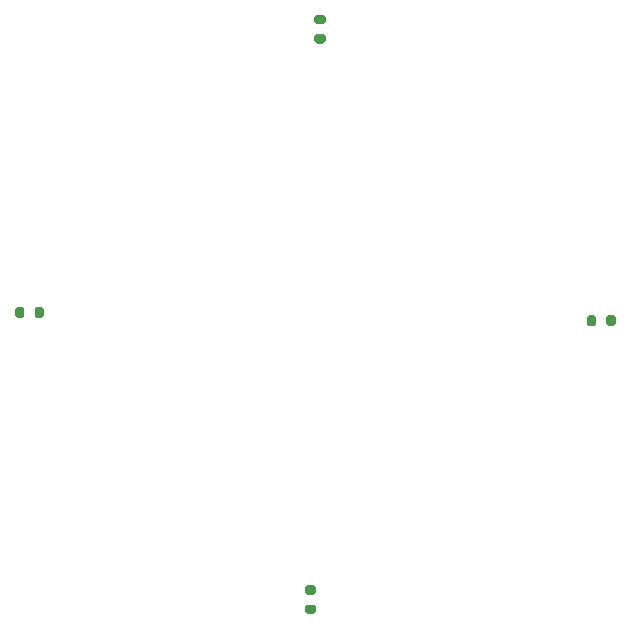
<source format=gtp>
G04 #@! TF.GenerationSoftware,KiCad,Pcbnew,(5.1.9)-1*
G04 #@! TF.CreationDate,2021-10-29T13:55:55-03:00*
G04 #@! TF.ProjectId,RG_Led_ring,52475f4c-6564-45f7-9269-6e672e6b6963,rev?*
G04 #@! TF.SameCoordinates,Original*
G04 #@! TF.FileFunction,Paste,Top*
G04 #@! TF.FilePolarity,Positive*
%FSLAX46Y46*%
G04 Gerber Fmt 4.6, Leading zero omitted, Abs format (unit mm)*
G04 Created by KiCad (PCBNEW (5.1.9)-1) date 2021-10-29 13:55:55*
%MOMM*%
%LPD*%
G01*
G04 APERTURE LIST*
G04 APERTURE END LIST*
G36*
G01*
X150225000Y-76025000D02*
X150775000Y-76025000D01*
G75*
G02*
X150975000Y-76225000I0J-200000D01*
G01*
X150975000Y-76625000D01*
G75*
G02*
X150775000Y-76825000I-200000J0D01*
G01*
X150225000Y-76825000D01*
G75*
G02*
X150025000Y-76625000I0J200000D01*
G01*
X150025000Y-76225000D01*
G75*
G02*
X150225000Y-76025000I200000J0D01*
G01*
G37*
G36*
G01*
X150225000Y-74375000D02*
X150775000Y-74375000D01*
G75*
G02*
X150975000Y-74575000I0J-200000D01*
G01*
X150975000Y-74975000D01*
G75*
G02*
X150775000Y-75175000I-200000J0D01*
G01*
X150225000Y-75175000D01*
G75*
G02*
X150025000Y-74975000I0J200000D01*
G01*
X150025000Y-74575000D01*
G75*
G02*
X150225000Y-74375000I200000J0D01*
G01*
G37*
G36*
G01*
X173875000Y-100025000D02*
X173875000Y-100575000D01*
G75*
G02*
X173675000Y-100775000I-200000J0D01*
G01*
X173275000Y-100775000D01*
G75*
G02*
X173075000Y-100575000I0J200000D01*
G01*
X173075000Y-100025000D01*
G75*
G02*
X173275000Y-99825000I200000J0D01*
G01*
X173675000Y-99825000D01*
G75*
G02*
X173875000Y-100025000I0J-200000D01*
G01*
G37*
G36*
G01*
X175525000Y-100025000D02*
X175525000Y-100575000D01*
G75*
G02*
X175325000Y-100775000I-200000J0D01*
G01*
X174925000Y-100775000D01*
G75*
G02*
X174725000Y-100575000I0J200000D01*
G01*
X174725000Y-100025000D01*
G75*
G02*
X174925000Y-99825000I200000J0D01*
G01*
X175325000Y-99825000D01*
G75*
G02*
X175525000Y-100025000I0J-200000D01*
G01*
G37*
G36*
G01*
X149975000Y-123475000D02*
X149425000Y-123475000D01*
G75*
G02*
X149225000Y-123275000I0J200000D01*
G01*
X149225000Y-122875000D01*
G75*
G02*
X149425000Y-122675000I200000J0D01*
G01*
X149975000Y-122675000D01*
G75*
G02*
X150175000Y-122875000I0J-200000D01*
G01*
X150175000Y-123275000D01*
G75*
G02*
X149975000Y-123475000I-200000J0D01*
G01*
G37*
G36*
G01*
X149975000Y-125125000D02*
X149425000Y-125125000D01*
G75*
G02*
X149225000Y-124925000I0J200000D01*
G01*
X149225000Y-124525000D01*
G75*
G02*
X149425000Y-124325000I200000J0D01*
G01*
X149975000Y-124325000D01*
G75*
G02*
X150175000Y-124525000I0J-200000D01*
G01*
X150175000Y-124925000D01*
G75*
G02*
X149975000Y-125125000I-200000J0D01*
G01*
G37*
G36*
G01*
X126325000Y-99875000D02*
X126325000Y-99325000D01*
G75*
G02*
X126525000Y-99125000I200000J0D01*
G01*
X126925000Y-99125000D01*
G75*
G02*
X127125000Y-99325000I0J-200000D01*
G01*
X127125000Y-99875000D01*
G75*
G02*
X126925000Y-100075000I-200000J0D01*
G01*
X126525000Y-100075000D01*
G75*
G02*
X126325000Y-99875000I0J200000D01*
G01*
G37*
G36*
G01*
X124675000Y-99875000D02*
X124675000Y-99325000D01*
G75*
G02*
X124875000Y-99125000I200000J0D01*
G01*
X125275000Y-99125000D01*
G75*
G02*
X125475000Y-99325000I0J-200000D01*
G01*
X125475000Y-99875000D01*
G75*
G02*
X125275000Y-100075000I-200000J0D01*
G01*
X124875000Y-100075000D01*
G75*
G02*
X124675000Y-99875000I0J200000D01*
G01*
G37*
M02*

</source>
